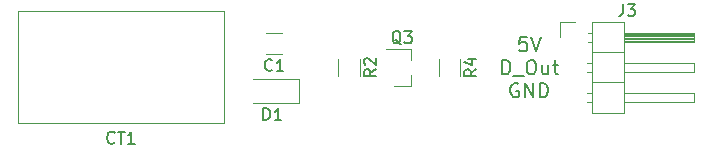
<source format=gbr>
G04 #@! TF.GenerationSoftware,KiCad,Pcbnew,5.1.10-88a1d61d58~90~ubuntu21.04.1*
G04 #@! TF.CreationDate,2021-08-24T10:00:05+02:00*
G04 #@! TF.ProjectId,Detector_SMD_Simple,44657465-6374-46f7-925f-534d445f5369,rev?*
G04 #@! TF.SameCoordinates,Original*
G04 #@! TF.FileFunction,Legend,Top*
G04 #@! TF.FilePolarity,Positive*
%FSLAX46Y46*%
G04 Gerber Fmt 4.6, Leading zero omitted, Abs format (unit mm)*
G04 Created by KiCad (PCBNEW 5.1.10-88a1d61d58~90~ubuntu21.04.1) date 2021-08-24 10:00:05*
%MOMM*%
%LPD*%
G01*
G04 APERTURE LIST*
%ADD10C,0.150000*%
%ADD11C,0.120000*%
%ADD12O,1.700000X1.700000*%
%ADD13R,1.700000X1.700000*%
%ADD14C,2.000000*%
%ADD15C,3.200000*%
%ADD16R,0.900000X0.800000*%
%ADD17R,0.900000X1.200000*%
G04 APERTURE END LIST*
D10*
X102133428Y-47430857D02*
X101562000Y-47430857D01*
X101504857Y-48002285D01*
X101562000Y-47945142D01*
X101676285Y-47888000D01*
X101962000Y-47888000D01*
X102076285Y-47945142D01*
X102133428Y-48002285D01*
X102190571Y-48116571D01*
X102190571Y-48402285D01*
X102133428Y-48516571D01*
X102076285Y-48573714D01*
X101962000Y-48630857D01*
X101676285Y-48630857D01*
X101562000Y-48573714D01*
X101504857Y-48516571D01*
X102533428Y-47430857D02*
X102933428Y-48630857D01*
X103333428Y-47430857D01*
X100076285Y-50580857D02*
X100076285Y-49380857D01*
X100362000Y-49380857D01*
X100533428Y-49438000D01*
X100647714Y-49552285D01*
X100704857Y-49666571D01*
X100762000Y-49895142D01*
X100762000Y-50066571D01*
X100704857Y-50295142D01*
X100647714Y-50409428D01*
X100533428Y-50523714D01*
X100362000Y-50580857D01*
X100076285Y-50580857D01*
X100990571Y-50695142D02*
X101904857Y-50695142D01*
X102419142Y-49380857D02*
X102647714Y-49380857D01*
X102762000Y-49438000D01*
X102876285Y-49552285D01*
X102933428Y-49780857D01*
X102933428Y-50180857D01*
X102876285Y-50409428D01*
X102762000Y-50523714D01*
X102647714Y-50580857D01*
X102419142Y-50580857D01*
X102304857Y-50523714D01*
X102190571Y-50409428D01*
X102133428Y-50180857D01*
X102133428Y-49780857D01*
X102190571Y-49552285D01*
X102304857Y-49438000D01*
X102419142Y-49380857D01*
X103962000Y-49780857D02*
X103962000Y-50580857D01*
X103447714Y-49780857D02*
X103447714Y-50409428D01*
X103504857Y-50523714D01*
X103619142Y-50580857D01*
X103790571Y-50580857D01*
X103904857Y-50523714D01*
X103962000Y-50466571D01*
X104362000Y-49780857D02*
X104819142Y-49780857D01*
X104533428Y-49380857D02*
X104533428Y-50409428D01*
X104590571Y-50523714D01*
X104704857Y-50580857D01*
X104819142Y-50580857D01*
X101447714Y-51388000D02*
X101333428Y-51330857D01*
X101162000Y-51330857D01*
X100990571Y-51388000D01*
X100876285Y-51502285D01*
X100819142Y-51616571D01*
X100762000Y-51845142D01*
X100762000Y-52016571D01*
X100819142Y-52245142D01*
X100876285Y-52359428D01*
X100990571Y-52473714D01*
X101162000Y-52530857D01*
X101276285Y-52530857D01*
X101447714Y-52473714D01*
X101504857Y-52416571D01*
X101504857Y-52016571D01*
X101276285Y-52016571D01*
X102019142Y-52530857D02*
X102019142Y-51330857D01*
X102704857Y-52530857D01*
X102704857Y-51330857D01*
X103276285Y-52530857D02*
X103276285Y-51330857D01*
X103562000Y-51330857D01*
X103733428Y-51388000D01*
X103847714Y-51502285D01*
X103904857Y-51616571D01*
X103962000Y-51845142D01*
X103962000Y-52016571D01*
X103904857Y-52245142D01*
X103847714Y-52359428D01*
X103733428Y-52473714D01*
X103562000Y-52530857D01*
X103276285Y-52530857D01*
D11*
X94690000Y-49272936D02*
X94690000Y-50727064D01*
X96510000Y-49272936D02*
X96510000Y-50727064D01*
X86190000Y-49272936D02*
X86190000Y-50727064D01*
X88010000Y-49272936D02*
X88010000Y-50727064D01*
X81461252Y-47090000D02*
X80038748Y-47090000D01*
X81461252Y-48910000D02*
X80038748Y-48910000D01*
X107690000Y-46130000D02*
X107690000Y-53870000D01*
X107690000Y-53870000D02*
X110350000Y-53870000D01*
X110350000Y-53870000D02*
X110350000Y-46130000D01*
X110350000Y-46130000D02*
X107690000Y-46130000D01*
X110350000Y-47080000D02*
X116350000Y-47080000D01*
X116350000Y-47080000D02*
X116350000Y-47840000D01*
X116350000Y-47840000D02*
X110350000Y-47840000D01*
X110350000Y-47140000D02*
X116350000Y-47140000D01*
X110350000Y-47260000D02*
X116350000Y-47260000D01*
X110350000Y-47380000D02*
X116350000Y-47380000D01*
X110350000Y-47500000D02*
X116350000Y-47500000D01*
X110350000Y-47620000D02*
X116350000Y-47620000D01*
X110350000Y-47740000D02*
X116350000Y-47740000D01*
X107360000Y-47080000D02*
X107690000Y-47080000D01*
X107360000Y-47840000D02*
X107690000Y-47840000D01*
X107690000Y-48730000D02*
X110350000Y-48730000D01*
X110350000Y-49620000D02*
X116350000Y-49620000D01*
X116350000Y-49620000D02*
X116350000Y-50380000D01*
X116350000Y-50380000D02*
X110350000Y-50380000D01*
X107292929Y-49620000D02*
X107690000Y-49620000D01*
X107292929Y-50380000D02*
X107690000Y-50380000D01*
X107690000Y-51270000D02*
X110350000Y-51270000D01*
X110350000Y-52160000D02*
X116350000Y-52160000D01*
X116350000Y-52160000D02*
X116350000Y-52920000D01*
X116350000Y-52920000D02*
X110350000Y-52920000D01*
X107292929Y-52160000D02*
X107690000Y-52160000D01*
X107292929Y-52920000D02*
X107690000Y-52920000D01*
X104980000Y-47460000D02*
X104980000Y-46190000D01*
X104980000Y-46190000D02*
X106250000Y-46190000D01*
X59050000Y-45250000D02*
X76550000Y-45250000D01*
X76550000Y-45250000D02*
X76550000Y-54750000D01*
X76550000Y-54750000D02*
X59050000Y-54750000D01*
X59050000Y-54750000D02*
X59050000Y-45250000D01*
X92360000Y-51580000D02*
X90900000Y-51580000D01*
X92360000Y-48420000D02*
X90200000Y-48420000D01*
X92360000Y-48420000D02*
X92360000Y-49350000D01*
X92360000Y-51580000D02*
X92360000Y-50650000D01*
X82850000Y-53000000D02*
X78950000Y-53000000D01*
X82850000Y-51000000D02*
X78950000Y-51000000D01*
X82850000Y-53000000D02*
X82850000Y-51000000D01*
D10*
X97872380Y-50166666D02*
X97396190Y-50500000D01*
X97872380Y-50738095D02*
X96872380Y-50738095D01*
X96872380Y-50357142D01*
X96920000Y-50261904D01*
X96967619Y-50214285D01*
X97062857Y-50166666D01*
X97205714Y-50166666D01*
X97300952Y-50214285D01*
X97348571Y-50261904D01*
X97396190Y-50357142D01*
X97396190Y-50738095D01*
X97205714Y-49309523D02*
X97872380Y-49309523D01*
X96824761Y-49547619D02*
X97539047Y-49785714D01*
X97539047Y-49166666D01*
X89372380Y-50166666D02*
X88896190Y-50500000D01*
X89372380Y-50738095D02*
X88372380Y-50738095D01*
X88372380Y-50357142D01*
X88420000Y-50261904D01*
X88467619Y-50214285D01*
X88562857Y-50166666D01*
X88705714Y-50166666D01*
X88800952Y-50214285D01*
X88848571Y-50261904D01*
X88896190Y-50357142D01*
X88896190Y-50738095D01*
X88467619Y-49785714D02*
X88420000Y-49738095D01*
X88372380Y-49642857D01*
X88372380Y-49404761D01*
X88420000Y-49309523D01*
X88467619Y-49261904D01*
X88562857Y-49214285D01*
X88658095Y-49214285D01*
X88800952Y-49261904D01*
X89372380Y-49833333D01*
X89372380Y-49214285D01*
X80583333Y-50207142D02*
X80535714Y-50254761D01*
X80392857Y-50302380D01*
X80297619Y-50302380D01*
X80154761Y-50254761D01*
X80059523Y-50159523D01*
X80011904Y-50064285D01*
X79964285Y-49873809D01*
X79964285Y-49730952D01*
X80011904Y-49540476D01*
X80059523Y-49445238D01*
X80154761Y-49350000D01*
X80297619Y-49302380D01*
X80392857Y-49302380D01*
X80535714Y-49350000D01*
X80583333Y-49397619D01*
X81535714Y-50302380D02*
X80964285Y-50302380D01*
X81250000Y-50302380D02*
X81250000Y-49302380D01*
X81154761Y-49445238D01*
X81059523Y-49540476D01*
X80964285Y-49588095D01*
X110301666Y-44642380D02*
X110301666Y-45356666D01*
X110254047Y-45499523D01*
X110158809Y-45594761D01*
X110015952Y-45642380D01*
X109920714Y-45642380D01*
X110682619Y-44642380D02*
X111301666Y-44642380D01*
X110968333Y-45023333D01*
X111111190Y-45023333D01*
X111206428Y-45070952D01*
X111254047Y-45118571D01*
X111301666Y-45213809D01*
X111301666Y-45451904D01*
X111254047Y-45547142D01*
X111206428Y-45594761D01*
X111111190Y-45642380D01*
X110825476Y-45642380D01*
X110730238Y-45594761D01*
X110682619Y-45547142D01*
X67252380Y-56357142D02*
X67204761Y-56404761D01*
X67061904Y-56452380D01*
X66966666Y-56452380D01*
X66823809Y-56404761D01*
X66728571Y-56309523D01*
X66680952Y-56214285D01*
X66633333Y-56023809D01*
X66633333Y-55880952D01*
X66680952Y-55690476D01*
X66728571Y-55595238D01*
X66823809Y-55500000D01*
X66966666Y-55452380D01*
X67061904Y-55452380D01*
X67204761Y-55500000D01*
X67252380Y-55547619D01*
X67538095Y-55452380D02*
X68109523Y-55452380D01*
X67823809Y-56452380D02*
X67823809Y-55452380D01*
X68966666Y-56452380D02*
X68395238Y-56452380D01*
X68680952Y-56452380D02*
X68680952Y-55452380D01*
X68585714Y-55595238D01*
X68490476Y-55690476D01*
X68395238Y-55738095D01*
X91504761Y-48047619D02*
X91409523Y-48000000D01*
X91314285Y-47904761D01*
X91171428Y-47761904D01*
X91076190Y-47714285D01*
X90980952Y-47714285D01*
X91028571Y-47952380D02*
X90933333Y-47904761D01*
X90838095Y-47809523D01*
X90790476Y-47619047D01*
X90790476Y-47285714D01*
X90838095Y-47095238D01*
X90933333Y-47000000D01*
X91028571Y-46952380D01*
X91219047Y-46952380D01*
X91314285Y-47000000D01*
X91409523Y-47095238D01*
X91457142Y-47285714D01*
X91457142Y-47619047D01*
X91409523Y-47809523D01*
X91314285Y-47904761D01*
X91219047Y-47952380D01*
X91028571Y-47952380D01*
X91790476Y-46952380D02*
X92409523Y-46952380D01*
X92076190Y-47333333D01*
X92219047Y-47333333D01*
X92314285Y-47380952D01*
X92361904Y-47428571D01*
X92409523Y-47523809D01*
X92409523Y-47761904D01*
X92361904Y-47857142D01*
X92314285Y-47904761D01*
X92219047Y-47952380D01*
X91933333Y-47952380D01*
X91838095Y-47904761D01*
X91790476Y-47857142D01*
X79861904Y-54452380D02*
X79861904Y-53452380D01*
X80100000Y-53452380D01*
X80242857Y-53500000D01*
X80338095Y-53595238D01*
X80385714Y-53690476D01*
X80433333Y-53880952D01*
X80433333Y-54023809D01*
X80385714Y-54214285D01*
X80338095Y-54309523D01*
X80242857Y-54404761D01*
X80100000Y-54452380D01*
X79861904Y-54452380D01*
X81385714Y-54452380D02*
X80814285Y-54452380D01*
X81100000Y-54452380D02*
X81100000Y-53452380D01*
X81004761Y-53595238D01*
X80909523Y-53690476D01*
X80814285Y-53738095D01*
%LPC*%
G36*
G01*
X94974999Y-50900000D02*
X96225001Y-50900000D01*
G75*
G02*
X96475000Y-51149999I0J-249999D01*
G01*
X96475000Y-51775001D01*
G75*
G02*
X96225001Y-52025000I-249999J0D01*
G01*
X94974999Y-52025000D01*
G75*
G02*
X94725000Y-51775001I0J249999D01*
G01*
X94725000Y-51149999D01*
G75*
G02*
X94974999Y-50900000I249999J0D01*
G01*
G37*
G36*
G01*
X94974999Y-47975000D02*
X96225001Y-47975000D01*
G75*
G02*
X96475000Y-48224999I0J-249999D01*
G01*
X96475000Y-48850001D01*
G75*
G02*
X96225001Y-49100000I-249999J0D01*
G01*
X94974999Y-49100000D01*
G75*
G02*
X94725000Y-48850001I0J249999D01*
G01*
X94725000Y-48224999D01*
G75*
G02*
X94974999Y-47975000I249999J0D01*
G01*
G37*
G36*
G01*
X86474999Y-50900000D02*
X87725001Y-50900000D01*
G75*
G02*
X87975000Y-51149999I0J-249999D01*
G01*
X87975000Y-51775001D01*
G75*
G02*
X87725001Y-52025000I-249999J0D01*
G01*
X86474999Y-52025000D01*
G75*
G02*
X86225000Y-51775001I0J249999D01*
G01*
X86225000Y-51149999D01*
G75*
G02*
X86474999Y-50900000I249999J0D01*
G01*
G37*
G36*
G01*
X86474999Y-47975000D02*
X87725001Y-47975000D01*
G75*
G02*
X87975000Y-48224999I0J-249999D01*
G01*
X87975000Y-48850001D01*
G75*
G02*
X87725001Y-49100000I-249999J0D01*
G01*
X86474999Y-49100000D01*
G75*
G02*
X86225000Y-48850001I0J249999D01*
G01*
X86225000Y-48224999D01*
G75*
G02*
X86474999Y-47975000I249999J0D01*
G01*
G37*
G36*
G01*
X79850000Y-47349999D02*
X79850000Y-48650001D01*
G75*
G02*
X79600001Y-48900000I-249999J0D01*
G01*
X78949999Y-48900000D01*
G75*
G02*
X78700000Y-48650001I0J249999D01*
G01*
X78700000Y-47349999D01*
G75*
G02*
X78949999Y-47100000I249999J0D01*
G01*
X79600001Y-47100000D01*
G75*
G02*
X79850000Y-47349999I0J-249999D01*
G01*
G37*
G36*
G01*
X82800000Y-47349999D02*
X82800000Y-48650001D01*
G75*
G02*
X82550001Y-48900000I-249999J0D01*
G01*
X81899999Y-48900000D01*
G75*
G02*
X81650000Y-48650001I0J249999D01*
G01*
X81650000Y-47349999D01*
G75*
G02*
X81899999Y-47100000I249999J0D01*
G01*
X82550001Y-47100000D01*
G75*
G02*
X82800000Y-47349999I0J-249999D01*
G01*
G37*
G36*
G01*
X73600000Y-44450000D02*
X73600000Y-42950000D01*
G75*
G02*
X73850000Y-42700000I250000J0D01*
G01*
X74350000Y-42700000D01*
G75*
G02*
X74600000Y-42950000I0J-250000D01*
G01*
X74600000Y-44450000D01*
G75*
G02*
X74350000Y-44700000I-250000J0D01*
G01*
X73850000Y-44700000D01*
G75*
G02*
X73600000Y-44450000I0J250000D01*
G01*
G37*
G36*
G01*
X61000000Y-44450000D02*
X61000000Y-42950000D01*
G75*
G02*
X61250000Y-42700000I250000J0D01*
G01*
X61750000Y-42700000D01*
G75*
G02*
X62000000Y-42950000I0J-250000D01*
G01*
X62000000Y-44450000D01*
G75*
G02*
X61750000Y-44700000I-250000J0D01*
G01*
X61250000Y-44700000D01*
G75*
G02*
X61000000Y-44450000I0J250000D01*
G01*
G37*
D12*
X106250000Y-52540000D03*
X106250000Y-50000000D03*
D13*
X106250000Y-47460000D03*
D14*
X74150000Y-50000000D03*
X61450000Y-50000000D03*
D15*
X105000000Y-60000000D03*
X105000000Y-40000000D03*
X54000000Y-50000000D03*
D16*
X92600000Y-50000000D03*
X90600000Y-50950000D03*
X90600000Y-49050000D03*
D17*
X78950000Y-52000000D03*
X82250000Y-52000000D03*
M02*

</source>
